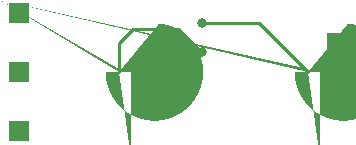
<source format=gbr>
%TF.GenerationSoftware,KiCad,Pcbnew,7.0.5*%
%TF.CreationDate,2024-03-05T22:02:34-06:00*%
%TF.ProjectId,GATE,47415445-2e6b-4696-9361-645f70636258,rev?*%
%TF.SameCoordinates,Original*%
%TF.FileFunction,Copper,L2,Bot*%
%TF.FilePolarity,Positive*%
%FSLAX46Y46*%
G04 Gerber Fmt 4.6, Leading zero omitted, Abs format (unit mm)*
G04 Created by KiCad (PCBNEW 7.0.5) date 2024-03-05 22:02:34*
%MOMM*%
%LPD*%
G01*
G04 APERTURE LIST*
G04 Aperture macros list*
%AMFreePoly0*
4,1,111,3.404321,4.105137,3.804748,4.045739,4.197424,3.947379,4.578569,3.811003,4.944512,3.637925,5.291727,3.429812,5.616872,3.188668,5.916815,2.916815,6.188668,2.616872,6.429812,2.291727,6.637925,1.944512,6.811003,1.578569,6.947379,1.197424,7.045739,0.804748,7.105137,0.404321,7.125000,0.000000,7.105137,-0.404321,7.045739,-0.804748,6.947379,-1.197424,6.811003,-1.578569,
6.637925,-1.944512,6.429812,-2.291727,6.188668,-2.616872,5.916815,-2.916815,5.616872,-3.188668,5.291727,-3.429812,4.944512,-3.637925,4.578569,-3.811003,4.197424,-3.947379,3.804748,-4.045739,3.404321,-4.105137,3.000000,-4.125000,2.595679,-4.105137,2.195252,-4.045739,1.802576,-3.947379,1.421431,-3.811003,1.055488,-3.637925,0.708273,-3.429812,0.383128,-3.188668,0.083185,-2.916815,
-0.188668,-2.616872,-0.429812,-2.291727,-0.637925,-1.944512,-0.811003,-1.578569,-0.947379,-1.197424,-1.045739,-0.804748,-1.105137,-0.404321,-1.125000,0.000000,0.994891,0.000000,1.015300,-0.285357,1.076112,-0.564904,1.176089,-0.832952,1.313195,-1.084044,1.484640,-1.313067,1.686933,-1.515360,1.915956,-1.686805,2.167048,-1.823911,2.435096,-1.923888,2.714643,-1.984700,3.000000,-2.005109,
3.285357,-1.984700,3.564904,-1.923888,3.832952,-1.823911,4.084044,-1.686805,4.313067,-1.515360,4.515360,-1.313067,4.686805,-1.084044,4.823911,-0.832952,4.923888,-0.564904,4.984700,-0.285357,5.005109,0.000000,4.984700,0.285357,4.923888,0.564904,4.823911,0.832952,4.686805,1.084044,4.515360,1.313067,4.313067,1.515360,4.084044,1.686805,3.832952,1.823911,3.564904,1.923888,
3.285357,1.984700,3.000000,2.005109,2.714643,1.984700,2.435096,1.923888,2.167048,1.823911,1.915956,1.686805,1.686933,1.515360,1.484640,1.313067,1.313195,1.084044,1.176089,0.832952,1.076112,0.564904,1.015300,0.285357,0.994891,0.000000,-1.125000,0.000000,-1.105137,0.404321,-1.045739,0.804748,-0.947379,1.197424,-0.811003,1.578569,-0.637925,1.944512,-0.429812,2.291727,
-0.188668,2.616872,0.083185,2.916815,0.383128,3.188668,0.708273,3.429812,1.055488,3.637925,1.421431,3.811003,1.802576,3.947379,2.195252,4.045739,2.595679,4.105137,3.000000,4.125000,3.404321,4.105137,3.404321,4.105137,$1*%
G04 Aperture macros list end*
%TA.AperFunction,ComponentPad*%
%ADD10R,1.700000X1.700000*%
%TD*%
%TA.AperFunction,ComponentPad*%
%ADD11O,1.700000X1.700000*%
%TD*%
%TA.AperFunction,SMDPad,CuDef*%
%ADD12FreePoly0,180.000000*%
%TD*%
%TA.AperFunction,ViaPad*%
%ADD13C,0.800000*%
%TD*%
%TA.AperFunction,Conductor*%
%ADD14C,0.250000*%
%TD*%
G04 APERTURE END LIST*
D10*
%TO.P,J6,1,Pin_1*%
%TO.N,NOT*%
X141500000Y-87500000D03*
%TD*%
%TO.P,J1,1,Pin_1*%
%TO.N,Net-(J1-Pin_1)*%
X141500000Y-82500000D03*
%TD*%
%TO.P,J2,1,Pin_1*%
%TO.N,NOT*%
X141500000Y-92500000D03*
%TD*%
%TO.P,J3,1,Pin_1*%
%TO.N,Net-(J3-Pin_1)*%
X168500000Y-85000000D03*
D11*
%TO.P,J3,2,Pin_2*%
X168500000Y-87540000D03*
%TO.P,J3,3,Pin_3*%
X168500000Y-90080000D03*
%TD*%
D12*
%TO.P,J4,1,PWR*%
%TO.N,Net-(J4-PWR)*%
X150000000Y-87500000D03*
%TD*%
%TO.P,J5,1,PWR*%
%TO.N,Net-(J5-PWR)*%
X166000000Y-87500000D03*
%TD*%
D13*
%TO.N,Net-(J5-PWR)*%
X157000000Y-83320000D03*
%TO.N,Net-(J4-PWR)*%
X157000000Y-85800000D03*
%TD*%
D14*
%TO.N,Net-(J5-PWR)*%
X161820000Y-83320000D02*
X166000000Y-87500000D01*
X157000000Y-83320000D02*
X161820000Y-83320000D01*
%TO.N,Net-(J4-PWR)*%
X150000000Y-85000000D02*
X150000000Y-87500000D01*
X151180000Y-83820000D02*
X150000000Y-85000000D01*
X155020000Y-83820000D02*
X151180000Y-83820000D01*
X157000000Y-85800000D02*
X155020000Y-83820000D01*
%TD*%
M02*

</source>
